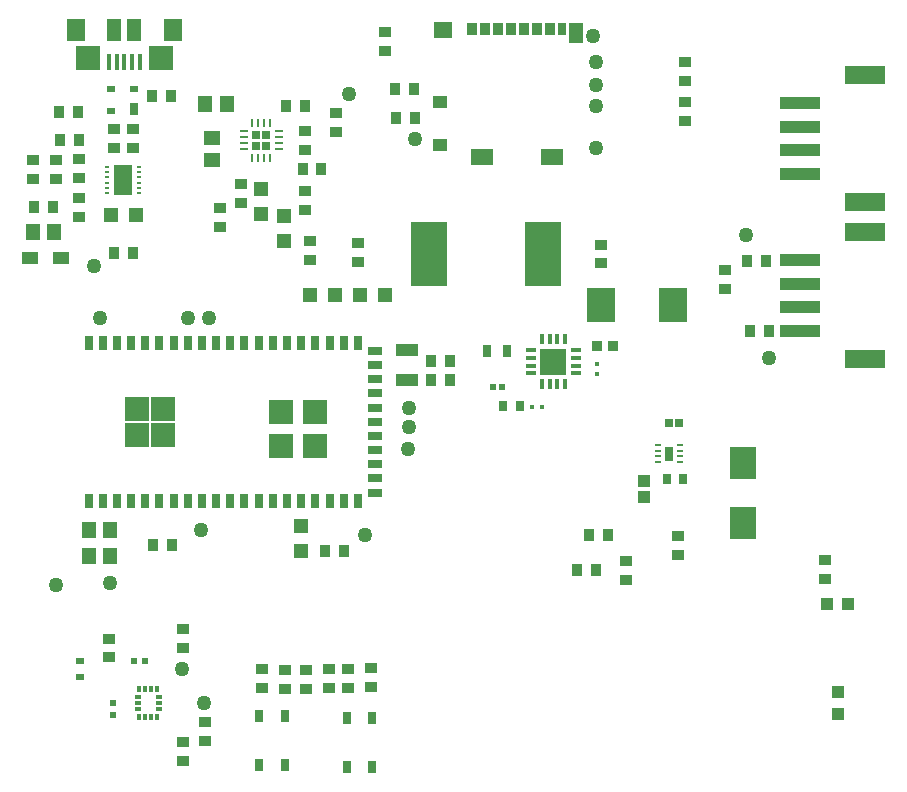
<source format=gtp>
G04*
G04 #@! TF.GenerationSoftware,Altium Limited,Altium Designer,22.2.1 (43)*
G04*
G04 Layer_Color=8421504*
%FSLAX25Y25*%
%MOIN*%
G70*
G04*
G04 #@! TF.SameCoordinates,9584CBA6-E8C1-4CB1-A2AA-B777170A1881*
G04*
G04*
G04 #@! TF.FilePolarity,Positive*
G04*
G01*
G75*
%ADD18R,0.02756X0.02756*%
%ADD19R,0.02756X0.02756*%
%ADD20R,0.01968X0.00984*%
%ADD21R,0.02756X0.05118*%
%ADD22R,0.02756X0.04724*%
%ADD23R,0.04724X0.02756*%
%ADD24R,0.07874X0.07874*%
%ADD25R,0.03937X0.03543*%
%ADD26R,0.03543X0.03937*%
%ADD27R,0.04528X0.05709*%
%ADD28R,0.04724X0.04724*%
%ADD29R,0.04724X0.04724*%
%ADD30R,0.01378X0.02264*%
%ADD31R,0.02264X0.01378*%
%ADD32R,0.13780X0.03937*%
%ADD33R,0.13386X0.05906*%
%ADD34R,0.01500X0.03800*%
%ADD35R,0.03800X0.01500*%
%ADD36R,0.08500X0.08500*%
%ADD37R,0.04724X0.07480*%
%ADD38R,0.06299X0.07480*%
%ADD39R,0.08268X0.07874*%
%ADD40R,0.01575X0.05315*%
%ADD41R,0.05512X0.03937*%
%ADD42R,0.03961X0.04351*%
%ADD43R,0.04606X0.07087*%
%ADD44R,0.02953X0.04331*%
%ADD45R,0.03347X0.04331*%
%ADD46R,0.06102X0.05315*%
%ADD47R,0.04724X0.03937*%
%ADD48R,0.07480X0.05315*%
%ADD49R,0.06299X0.09843*%
%ADD50R,0.01575X0.00984*%
%ADD51R,0.02756X0.02362*%
%ADD52R,0.02756X0.03937*%
%ADD53R,0.02520X0.02835*%
%ADD54R,0.01968X0.01968*%
%ADD55R,0.04331X0.04331*%
%ADD56O,0.00906X0.03150*%
%ADD57O,0.03150X0.00906*%
%ADD58R,0.07480X0.04331*%
%ADD59R,0.02559X0.04134*%
%ADD60R,0.02205X0.02047*%
%ADD61R,0.03347X0.03543*%
%ADD62R,0.09449X0.11417*%
%ADD63R,0.03150X0.02362*%
%ADD64R,0.08661X0.10630*%
%ADD65R,0.12400X0.21700*%
%ADD66R,0.02756X0.03543*%
%ADD67R,0.01772X0.01772*%
%ADD68C,0.05000*%
%ADD69R,0.05709X0.04528*%
%ADD70R,0.01772X0.01772*%
%ADD71R,0.01968X0.01968*%
%ADD72R,0.04331X0.04331*%
D18*
X90372Y223772D02*
D03*
X86828Y220228D02*
D03*
D19*
X86828Y223772D02*
D03*
X90372Y220228D02*
D03*
D20*
X228212Y120553D02*
D03*
Y118584D02*
D03*
X228212Y116616D02*
D03*
Y114647D02*
D03*
X220732D02*
D03*
Y116616D02*
D03*
X220731Y120553D02*
D03*
Y118584D02*
D03*
D21*
X224483Y117586D02*
D03*
D22*
X31065Y101847D02*
D03*
X35789D02*
D03*
X40514D02*
D03*
X45238D02*
D03*
X49963D02*
D03*
X54687D02*
D03*
X59412D02*
D03*
X64136D02*
D03*
X68860D02*
D03*
X73585D02*
D03*
X78309D02*
D03*
X83034D02*
D03*
X87758D02*
D03*
X92482D02*
D03*
X97207D02*
D03*
X101931D02*
D03*
X106656D02*
D03*
X111380D02*
D03*
X116104D02*
D03*
X120829D02*
D03*
Y154603D02*
D03*
X116104D02*
D03*
X111380D02*
D03*
X106656D02*
D03*
X101931D02*
D03*
X97207D02*
D03*
X92482D02*
D03*
X87758D02*
D03*
X83034D02*
D03*
X78309D02*
D03*
X73585D02*
D03*
X68860D02*
D03*
X64136D02*
D03*
X59412D02*
D03*
X54687D02*
D03*
X49963D02*
D03*
X45238D02*
D03*
X40514D02*
D03*
X35789D02*
D03*
X31065D02*
D03*
D23*
X126502Y104587D02*
D03*
Y114036D02*
D03*
Y118761D02*
D03*
Y123485D02*
D03*
Y128209D02*
D03*
Y132934D02*
D03*
Y137658D02*
D03*
Y142383D02*
D03*
Y147107D02*
D03*
Y151831D02*
D03*
Y109312D02*
D03*
D24*
X106600Y120015D02*
D03*
X95360D02*
D03*
X106600Y131527D02*
D03*
X95360D02*
D03*
X55841Y123747D02*
D03*
X47108D02*
D03*
X55841Y132338D02*
D03*
X47108D02*
D03*
D25*
X243100Y178850D02*
D03*
Y172550D02*
D03*
X210300Y81750D02*
D03*
Y75450D02*
D03*
X129850Y258013D02*
D03*
Y251713D02*
D03*
X27754Y215658D02*
D03*
Y209358D02*
D03*
X20050Y215440D02*
D03*
Y209140D02*
D03*
X12557D02*
D03*
Y215440D02*
D03*
X27754Y196507D02*
D03*
Y202806D02*
D03*
X103100Y224953D02*
D03*
Y218653D02*
D03*
X104900Y188450D02*
D03*
Y182150D02*
D03*
X120729Y181601D02*
D03*
Y187900D02*
D03*
X229900Y228600D02*
D03*
Y234899D02*
D03*
X229800Y241801D02*
D03*
Y248100D02*
D03*
X125300Y39850D02*
D03*
Y46150D02*
D03*
X117700Y45650D02*
D03*
Y39350D02*
D03*
X111080Y45675D02*
D03*
Y39376D02*
D03*
X96432Y39088D02*
D03*
Y45387D02*
D03*
X89000Y45650D02*
D03*
Y39350D02*
D03*
X227500Y90150D02*
D03*
Y83850D02*
D03*
X201892Y180950D02*
D03*
Y187250D02*
D03*
X62400Y15044D02*
D03*
Y21344D02*
D03*
X70000Y21650D02*
D03*
Y27950D02*
D03*
X62400Y59072D02*
D03*
Y52773D02*
D03*
X37900Y55922D02*
D03*
Y49623D02*
D03*
X276600Y75850D02*
D03*
Y82150D02*
D03*
X103100Y205050D02*
D03*
Y198750D02*
D03*
X113400Y231150D02*
D03*
Y224850D02*
D03*
X81809Y207500D02*
D03*
Y201201D02*
D03*
X74963Y199556D02*
D03*
Y193257D02*
D03*
X103500Y39088D02*
D03*
Y45387D02*
D03*
X39400Y225750D02*
D03*
Y219450D02*
D03*
X45900D02*
D03*
Y225750D02*
D03*
D26*
X200240Y78800D02*
D03*
X193941D02*
D03*
X39573Y184600D02*
D03*
X45873D02*
D03*
X19150Y199750D02*
D03*
X12850D02*
D03*
X139750Y229500D02*
D03*
X133450D02*
D03*
X116050Y85100D02*
D03*
X109750D02*
D03*
X103250Y233400D02*
D03*
X96950D02*
D03*
X52350Y236800D02*
D03*
X58650D02*
D03*
X27950Y222029D02*
D03*
X21650D02*
D03*
X27500Y231379D02*
D03*
X21201D02*
D03*
X52500Y86968D02*
D03*
X58800D02*
D03*
X257894Y158452D02*
D03*
X251595D02*
D03*
X151600Y142100D02*
D03*
X145301D02*
D03*
Y148528D02*
D03*
X151600D02*
D03*
X204194Y90601D02*
D03*
X197895D02*
D03*
X250500Y181750D02*
D03*
X256800D02*
D03*
X139650Y239000D02*
D03*
X133350D02*
D03*
X102400Y212314D02*
D03*
X108699D02*
D03*
D27*
X31257Y92200D02*
D03*
X38343D02*
D03*
X31057Y83400D02*
D03*
X38143D02*
D03*
X12557Y191329D02*
D03*
X19643D02*
D03*
X70041Y234250D02*
D03*
X77128D02*
D03*
D28*
X46934Y197100D02*
D03*
X38666D02*
D03*
X129850Y170500D02*
D03*
X121582D02*
D03*
X104910D02*
D03*
X113178D02*
D03*
D29*
X96290Y188450D02*
D03*
Y196718D02*
D03*
X88600Y197409D02*
D03*
Y205677D02*
D03*
X101931Y93350D02*
D03*
Y85082D02*
D03*
D30*
X53970Y39031D02*
D03*
X51992D02*
D03*
X50023D02*
D03*
X48000D02*
D03*
X48040Y29877D02*
D03*
X50023D02*
D03*
X51992D02*
D03*
X53960D02*
D03*
D31*
X47415Y34454D02*
D03*
Y32485D02*
D03*
X54600Y32470D02*
D03*
Y34454D02*
D03*
Y36440D02*
D03*
X47415D02*
D03*
D32*
X268050Y158452D02*
D03*
Y166326D02*
D03*
Y174200D02*
D03*
Y182074D02*
D03*
Y234474D02*
D03*
Y226600D02*
D03*
Y218726D02*
D03*
Y210852D02*
D03*
D33*
X289900Y149200D02*
D03*
Y191326D02*
D03*
Y243726D02*
D03*
Y201600D02*
D03*
D34*
X189844Y155700D02*
D03*
X187344D02*
D03*
X184744D02*
D03*
X182244D02*
D03*
Y140700D02*
D03*
X184744D02*
D03*
X187344D02*
D03*
X189844D02*
D03*
D35*
X178544Y152000D02*
D03*
Y149500D02*
D03*
Y146900D02*
D03*
Y144400D02*
D03*
X193544D02*
D03*
Y146900D02*
D03*
Y149500D02*
D03*
Y152000D02*
D03*
D36*
X186044Y148200D02*
D03*
D37*
X46305Y258800D02*
D03*
X39612D02*
D03*
D38*
X59100D02*
D03*
X26816D02*
D03*
D39*
X55163Y249548D02*
D03*
X30754D02*
D03*
D40*
X48076Y248269D02*
D03*
X45517D02*
D03*
X42958D02*
D03*
X40399D02*
D03*
X37840D02*
D03*
D41*
X11500Y182929D02*
D03*
X21736D02*
D03*
D42*
X216334Y108545D02*
D03*
Y103028D02*
D03*
D43*
X193628Y257731D02*
D03*
D44*
X188864Y259109D02*
D03*
D45*
X184730D02*
D03*
X180400D02*
D03*
X176069D02*
D03*
X171738D02*
D03*
X167408D02*
D03*
X163077D02*
D03*
X158746D02*
D03*
D46*
X149061Y258617D02*
D03*
D47*
X148372Y220329D02*
D03*
Y234896D02*
D03*
D48*
X162152Y216491D02*
D03*
X185655D02*
D03*
D49*
X42485Y208771D02*
D03*
D50*
X47800Y213200D02*
D03*
Y211428D02*
D03*
Y209657D02*
D03*
Y207885D02*
D03*
Y206113D02*
D03*
Y204342D02*
D03*
X37170D02*
D03*
Y206113D02*
D03*
Y207885D02*
D03*
Y209657D02*
D03*
Y211428D02*
D03*
Y213200D02*
D03*
D51*
X38451Y239193D02*
D03*
X46325D02*
D03*
X38451Y231713D02*
D03*
D52*
X46325Y232500D02*
D03*
D53*
X227928Y127800D02*
D03*
X224472D02*
D03*
D54*
X46086Y48500D02*
D03*
X50023D02*
D03*
D55*
X280800Y37943D02*
D03*
Y30857D02*
D03*
D56*
X91553Y227807D02*
D03*
X89584D02*
D03*
X87616D02*
D03*
X85647D02*
D03*
Y216193D02*
D03*
X87616D02*
D03*
X89584D02*
D03*
X91553D02*
D03*
D57*
X82793Y224953D02*
D03*
Y222984D02*
D03*
Y221016D02*
D03*
Y219047D02*
D03*
X94407D02*
D03*
Y221016D02*
D03*
Y222984D02*
D03*
Y224953D02*
D03*
D58*
X137286Y142157D02*
D03*
Y152000D02*
D03*
D59*
X87968Y13631D02*
D03*
Y29969D02*
D03*
X96432D02*
D03*
Y13631D02*
D03*
X163931Y151841D02*
D03*
X170624D02*
D03*
X125532Y13131D02*
D03*
Y29469D02*
D03*
X117068D02*
D03*
Y13131D02*
D03*
D60*
X169035Y139800D02*
D03*
X165965D02*
D03*
D61*
X200641Y153600D02*
D03*
X205759D02*
D03*
D62*
X201892Y167200D02*
D03*
X225908D02*
D03*
D63*
X28100Y42988D02*
D03*
Y48500D02*
D03*
D64*
X249314Y114439D02*
D03*
Y94361D02*
D03*
D65*
X182500Y184100D02*
D03*
X144500D02*
D03*
D66*
X229264Y109083D02*
D03*
X223752D02*
D03*
X169244Y133600D02*
D03*
X174756D02*
D03*
D67*
X200641Y144250D02*
D03*
Y147400D02*
D03*
D68*
X123163Y90601D02*
D03*
X32886Y180000D02*
D03*
X200159Y248213D02*
D03*
X200300Y219530D02*
D03*
X200259Y240500D02*
D03*
X200300Y233287D02*
D03*
X38100Y74300D02*
D03*
X68700Y92200D02*
D03*
X257894Y149500D02*
D03*
X137800Y126301D02*
D03*
Y132934D02*
D03*
X137700Y119175D02*
D03*
X71100Y162700D02*
D03*
X64136Y162800D02*
D03*
X34800D02*
D03*
X20300Y73700D02*
D03*
X250350Y190550D02*
D03*
X69434Y34488D02*
D03*
X62300Y45822D02*
D03*
X140000Y222600D02*
D03*
X117800Y237500D02*
D03*
X199300Y256900D02*
D03*
D69*
X72200Y222643D02*
D03*
Y215557D02*
D03*
D70*
X182175Y133100D02*
D03*
X179025D02*
D03*
D71*
X39100Y34454D02*
D03*
Y30517D02*
D03*
D72*
X284143Y67300D02*
D03*
X277057D02*
D03*
M02*

</source>
